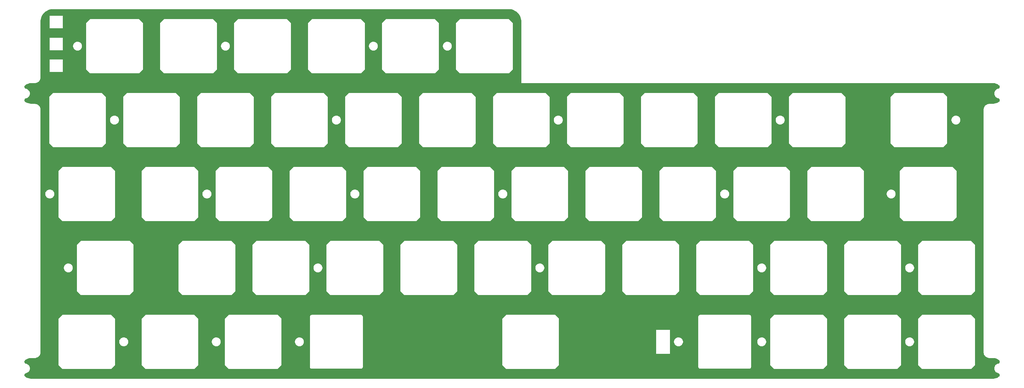
<source format=gbr>
%TF.GenerationSoftware,KiCad,Pcbnew,8.0.3*%
%TF.CreationDate,2024-08-17T23:00:17+02:00*%
%TF.ProjectId,V1 Hull 625u,56312048-756c-46c2-9036-3235752e6b69,rev?*%
%TF.SameCoordinates,Original*%
%TF.FileFunction,Copper,L1,Top*%
%TF.FilePolarity,Positive*%
%FSLAX46Y46*%
G04 Gerber Fmt 4.6, Leading zero omitted, Abs format (unit mm)*
G04 Created by KiCad (PCBNEW 8.0.3) date 2024-08-17 23:00:18*
%MOMM*%
%LPD*%
G01*
G04 APERTURE LIST*
G04 APERTURE END LIST*
%TA.AperFunction,Conductor*%
%TO.N,GND*%
G36*
X149225071Y-49212501D02*
G01*
X149402595Y-49214995D01*
X149403721Y-49215066D01*
X149756615Y-49254836D01*
X149757865Y-49255049D01*
X150104008Y-49334061D01*
X150105244Y-49334418D01*
X150440353Y-49451685D01*
X150441545Y-49452179D01*
X150761427Y-49606231D01*
X150762539Y-49606846D01*
X151063159Y-49795742D01*
X151064206Y-49796485D01*
X151341780Y-50017845D01*
X151342742Y-50018704D01*
X151593795Y-50269757D01*
X151594654Y-50270719D01*
X151816014Y-50548293D01*
X151816760Y-50549345D01*
X152005648Y-50849952D01*
X152006272Y-50851080D01*
X152160320Y-51170954D01*
X152160814Y-51172146D01*
X152278081Y-51507255D01*
X152278438Y-51508494D01*
X152357448Y-51854624D01*
X152357664Y-51855895D01*
X152397433Y-52208778D01*
X152397504Y-52209904D01*
X152399999Y-52387428D01*
X152400000Y-52387589D01*
X152400000Y-68262500D01*
X273787376Y-68262500D01*
X273787561Y-68262500D01*
X273963754Y-68265346D01*
X273965077Y-68265444D01*
X274314415Y-68311906D01*
X274315902Y-68312205D01*
X274655973Y-68404293D01*
X274657392Y-68404780D01*
X274982358Y-68540899D01*
X274983712Y-68541574D01*
X275287983Y-68719400D01*
X275289076Y-68720127D01*
X275429733Y-68825943D01*
X275430173Y-68826292D01*
X275483876Y-68870960D01*
X275485854Y-68873080D01*
X275567687Y-68986710D01*
X275569203Y-68989613D01*
X275615633Y-69121516D01*
X275616269Y-69124727D01*
X275623646Y-69264365D01*
X275623352Y-69267626D01*
X275591077Y-69403688D01*
X275589875Y-69406734D01*
X275520568Y-69528182D01*
X275518557Y-69530766D01*
X275417830Y-69627764D01*
X275415172Y-69629676D01*
X275291028Y-69694443D01*
X275288300Y-69695451D01*
X275220017Y-69711242D01*
X275219911Y-69711266D01*
X275107933Y-69736048D01*
X274894769Y-69820860D01*
X274894762Y-69820864D01*
X274700635Y-69943133D01*
X274532060Y-70098760D01*
X274532060Y-70098761D01*
X274394702Y-70282511D01*
X274394697Y-70282519D01*
X274293157Y-70488235D01*
X274293155Y-70488239D01*
X274230831Y-70709038D01*
X274209822Y-70937500D01*
X274230831Y-71165961D01*
X274293155Y-71386760D01*
X274293157Y-71386764D01*
X274394697Y-71592480D01*
X274394702Y-71592488D01*
X274532060Y-71776238D01*
X274532060Y-71776239D01*
X274532062Y-71776241D01*
X274532063Y-71776242D01*
X274700635Y-71931866D01*
X274894762Y-72054136D01*
X274894767Y-72054138D01*
X274894769Y-72054139D01*
X275107933Y-72138951D01*
X275219963Y-72163745D01*
X275288317Y-72179498D01*
X275291048Y-72180506D01*
X275415204Y-72245279D01*
X275417862Y-72247191D01*
X275518600Y-72344200D01*
X275520611Y-72346784D01*
X275589926Y-72468245D01*
X275591128Y-72471291D01*
X275623406Y-72607369D01*
X275623700Y-72610630D01*
X275616322Y-72750283D01*
X275615686Y-72753494D01*
X275569251Y-72885411D01*
X275567735Y-72888314D01*
X275485896Y-73001952D01*
X275483911Y-73004078D01*
X275430167Y-73048712D01*
X275429734Y-73049055D01*
X275289085Y-73154866D01*
X275287974Y-73155605D01*
X274983715Y-73333423D01*
X274982355Y-73334101D01*
X274657401Y-73470216D01*
X274655964Y-73470709D01*
X274315904Y-73562793D01*
X274314414Y-73563093D01*
X273965081Y-73609554D01*
X273963751Y-73609652D01*
X273787562Y-73612498D01*
X273787376Y-73612500D01*
X272962500Y-73612500D01*
X272844629Y-73614812D01*
X272844624Y-73614812D01*
X272844622Y-73614813D01*
X272611793Y-73651689D01*
X272387590Y-73724536D01*
X272177538Y-73831563D01*
X271986822Y-73970128D01*
X271820128Y-74136822D01*
X271681563Y-74327538D01*
X271574536Y-74537590D01*
X271501689Y-74761793D01*
X271464813Y-74994622D01*
X271464812Y-74994631D01*
X271462500Y-75112511D01*
X271462500Y-137612488D01*
X271464812Y-137730368D01*
X271464813Y-137730377D01*
X271501689Y-137963206D01*
X271574536Y-138187409D01*
X271574537Y-138187412D01*
X271574538Y-138187413D01*
X271681562Y-138397460D01*
X271820128Y-138588178D01*
X271986822Y-138754872D01*
X272177540Y-138893438D01*
X272387587Y-139000462D01*
X272611791Y-139073310D01*
X272844629Y-139110188D01*
X272962500Y-139112500D01*
X273787376Y-139112500D01*
X273787561Y-139112500D01*
X273963754Y-139115346D01*
X273965077Y-139115444D01*
X274314415Y-139161906D01*
X274315902Y-139162205D01*
X274655973Y-139254293D01*
X274657392Y-139254780D01*
X274982358Y-139390899D01*
X274983712Y-139391574D01*
X275287983Y-139569400D01*
X275289076Y-139570127D01*
X275394886Y-139649728D01*
X275429734Y-139675944D01*
X275430167Y-139676287D01*
X275454793Y-139696739D01*
X275483910Y-139720922D01*
X275483912Y-139720923D01*
X275485896Y-139723048D01*
X275567749Y-139836679D01*
X275569265Y-139839582D01*
X275615709Y-139971493D01*
X275616346Y-139974705D01*
X275623727Y-140114365D01*
X275623432Y-140117626D01*
X275591153Y-140253695D01*
X275589952Y-140256742D01*
X275520625Y-140378208D01*
X275518613Y-140380792D01*
X275417869Y-140477784D01*
X275415211Y-140479696D01*
X275291040Y-140544453D01*
X275288311Y-140545461D01*
X275219961Y-140561255D01*
X275219857Y-140561278D01*
X275107933Y-140586048D01*
X274894769Y-140670860D01*
X274894762Y-140670864D01*
X274700635Y-140793133D01*
X274532060Y-140948760D01*
X274532060Y-140948761D01*
X274394702Y-141132511D01*
X274394697Y-141132519D01*
X274293157Y-141338235D01*
X274293155Y-141338239D01*
X274230831Y-141559038D01*
X274209822Y-141787500D01*
X274230831Y-142015961D01*
X274293155Y-142236760D01*
X274293157Y-142236764D01*
X274394697Y-142442480D01*
X274394702Y-142442488D01*
X274532060Y-142626238D01*
X274532060Y-142626239D01*
X274532062Y-142626241D01*
X274532063Y-142626242D01*
X274700635Y-142781866D01*
X274894762Y-142904136D01*
X274894767Y-142904138D01*
X274894769Y-142904139D01*
X275107933Y-142988951D01*
X275219855Y-143013721D01*
X275220001Y-143013754D01*
X275288223Y-143029845D01*
X275290903Y-143030844D01*
X275414967Y-143095610D01*
X275417623Y-143097522D01*
X275518268Y-143194470D01*
X275520278Y-143197053D01*
X275589533Y-143318426D01*
X275590734Y-143321470D01*
X275622993Y-143457439D01*
X275623288Y-143460699D01*
X275615935Y-143600251D01*
X275615299Y-143603462D01*
X275568932Y-143735286D01*
X275567418Y-143738187D01*
X275485671Y-143851780D01*
X275483719Y-143853881D01*
X275430181Y-143898699D01*
X275429713Y-143899071D01*
X275289085Y-144004866D01*
X275287974Y-144005605D01*
X274983715Y-144183423D01*
X274982355Y-144184101D01*
X274657401Y-144320216D01*
X274655964Y-144320709D01*
X274315904Y-144412793D01*
X274314414Y-144413093D01*
X273965081Y-144459554D01*
X273963751Y-144459652D01*
X273787562Y-144462498D01*
X273787376Y-144462500D01*
X26250124Y-144462500D01*
X26249938Y-144462499D01*
X26073748Y-144459653D01*
X26072418Y-144459554D01*
X25723085Y-144413093D01*
X25721595Y-144412793D01*
X25381535Y-144320709D01*
X25380098Y-144320216D01*
X25055144Y-144184101D01*
X25053784Y-144183423D01*
X24947474Y-144121292D01*
X24749520Y-144005601D01*
X24748419Y-144004869D01*
X24607766Y-143899056D01*
X24607326Y-143898707D01*
X24553623Y-143854039D01*
X24551645Y-143851919D01*
X24469812Y-143738289D01*
X24468297Y-143735389D01*
X24421865Y-143603480D01*
X24421230Y-143600276D01*
X24413853Y-143460631D01*
X24414147Y-143457373D01*
X24446423Y-143321307D01*
X24447622Y-143318268D01*
X24516934Y-143196812D01*
X24518938Y-143194237D01*
X24619672Y-143097232D01*
X24622323Y-143095325D01*
X24746475Y-143030554D01*
X24749195Y-143029549D01*
X24817537Y-143013745D01*
X24929567Y-142988951D01*
X25142738Y-142904136D01*
X25336865Y-142781866D01*
X25505437Y-142626242D01*
X25642800Y-142442484D01*
X25744346Y-142236757D01*
X25806669Y-142015960D01*
X25827678Y-141787500D01*
X25806669Y-141559040D01*
X25744346Y-141338243D01*
X25735222Y-141319759D01*
X25642802Y-141132519D01*
X25642797Y-141132511D01*
X25505439Y-140948761D01*
X25505439Y-140948760D01*
X25336864Y-140793133D01*
X25265007Y-140747874D01*
X25142738Y-140670864D01*
X25142734Y-140670862D01*
X25142730Y-140670860D01*
X24929566Y-140586048D01*
X24817588Y-140561266D01*
X24817482Y-140561242D01*
X24749200Y-140545450D01*
X24746472Y-140544442D01*
X24622385Y-140479696D01*
X24622324Y-140479664D01*
X24619667Y-140477751D01*
X24549840Y-140410505D01*
X24518946Y-140380753D01*
X24516936Y-140378171D01*
X24447623Y-140256713D01*
X24446424Y-140253672D01*
X24417317Y-140130978D01*
X24414147Y-140117611D01*
X24413852Y-140114351D01*
X24421222Y-139974701D01*
X24421855Y-139971501D01*
X24468281Y-139839581D01*
X24469789Y-139836691D01*
X24551616Y-139723046D01*
X24553600Y-139720922D01*
X24607357Y-139676266D01*
X24607737Y-139675964D01*
X24748430Y-139570121D01*
X24749508Y-139569405D01*
X25053793Y-139391571D01*
X25055135Y-139390902D01*
X25380111Y-139254778D01*
X25381521Y-139254294D01*
X25721600Y-139162204D01*
X25723081Y-139161906D01*
X26072423Y-139115444D01*
X26073743Y-139115346D01*
X26249938Y-139112500D01*
X26250124Y-139112500D01*
X27074989Y-139112500D01*
X27075000Y-139112500D01*
X27192871Y-139110188D01*
X27425709Y-139073310D01*
X27649913Y-139000462D01*
X27859960Y-138893438D01*
X28050678Y-138754872D01*
X28217372Y-138588178D01*
X28355938Y-138397460D01*
X28462962Y-138187413D01*
X28535810Y-137963209D01*
X28572688Y-137730371D01*
X28575000Y-137612500D01*
X28575000Y-128937500D01*
X33181250Y-128937500D01*
X33181250Y-140937500D01*
X34181250Y-141937500D01*
X46781248Y-141937500D01*
X46781250Y-141937500D01*
X47781250Y-140937500D01*
X47781250Y-134831161D01*
X48858703Y-134831161D01*
X48858703Y-135043838D01*
X48897781Y-135252888D01*
X48897781Y-135252889D01*
X48974602Y-135451186D01*
X48974605Y-135451192D01*
X48974607Y-135451197D01*
X49086564Y-135632014D01*
X49229840Y-135789181D01*
X49229845Y-135789184D01*
X49229848Y-135789188D01*
X49399551Y-135917341D01*
X49399554Y-135917343D01*
X49399555Y-135917343D01*
X49399556Y-135917344D01*
X49589932Y-136012140D01*
X49794485Y-136070341D01*
X50006250Y-136089964D01*
X50218015Y-136070341D01*
X50422568Y-136012140D01*
X50612944Y-135917344D01*
X50782660Y-135789181D01*
X50925936Y-135632014D01*
X51037893Y-135451197D01*
X51114719Y-135252887D01*
X51153797Y-135043836D01*
X51156250Y-134937500D01*
X51153797Y-134831164D01*
X51114719Y-134622113D01*
X51037893Y-134423803D01*
X50925936Y-134242986D01*
X50782660Y-134085819D01*
X50782654Y-134085814D01*
X50782651Y-134085811D01*
X50612948Y-133957658D01*
X50612945Y-133957656D01*
X50422569Y-133862860D01*
X50218012Y-133804658D01*
X50006250Y-133785037D01*
X49794487Y-133804658D01*
X49589930Y-133862860D01*
X49399554Y-133957656D01*
X49399551Y-133957658D01*
X49229848Y-134085811D01*
X49229842Y-134085817D01*
X49229840Y-134085819D01*
X49170499Y-134150913D01*
X49086563Y-134242986D01*
X48974608Y-134423801D01*
X48974602Y-134423813D01*
X48897781Y-134622110D01*
X48897781Y-134622111D01*
X48858703Y-134831161D01*
X47781250Y-134831161D01*
X47781250Y-128937500D01*
X54612500Y-128937500D01*
X54612500Y-140937500D01*
X55612500Y-141937500D01*
X68212498Y-141937500D01*
X68212500Y-141937500D01*
X69212500Y-140937500D01*
X69212500Y-134831161D01*
X72671203Y-134831161D01*
X72671203Y-135043838D01*
X72710281Y-135252888D01*
X72710281Y-135252889D01*
X72787102Y-135451186D01*
X72787105Y-135451192D01*
X72787107Y-135451197D01*
X72899064Y-135632014D01*
X73042340Y-135789181D01*
X73042345Y-135789184D01*
X73042348Y-135789188D01*
X73212051Y-135917341D01*
X73212054Y-135917343D01*
X73212055Y-135917343D01*
X73212056Y-135917344D01*
X73402432Y-136012140D01*
X73606985Y-136070341D01*
X73818750Y-136089964D01*
X74030515Y-136070341D01*
X74235068Y-136012140D01*
X74425444Y-135917344D01*
X74595160Y-135789181D01*
X74738436Y-135632014D01*
X74850393Y-135451197D01*
X74927219Y-135252887D01*
X74966297Y-135043836D01*
X74968750Y-134937500D01*
X74966297Y-134831164D01*
X74927219Y-134622113D01*
X74850393Y-134423803D01*
X74738436Y-134242986D01*
X74595160Y-134085819D01*
X74595154Y-134085814D01*
X74595151Y-134085811D01*
X74425448Y-133957658D01*
X74425445Y-133957656D01*
X74235069Y-133862860D01*
X74030512Y-133804658D01*
X73818750Y-133785037D01*
X73606987Y-133804658D01*
X73402430Y-133862860D01*
X73212054Y-133957656D01*
X73212051Y-133957658D01*
X73042348Y-134085811D01*
X73042342Y-134085817D01*
X73042340Y-134085819D01*
X72982999Y-134150913D01*
X72899063Y-134242986D01*
X72787108Y-134423801D01*
X72787102Y-134423813D01*
X72710281Y-134622110D01*
X72710281Y-134622111D01*
X72671203Y-134831161D01*
X69212500Y-134831161D01*
X69212500Y-128937500D01*
X76043750Y-128937500D01*
X76043750Y-140937500D01*
X77043750Y-141937500D01*
X89643748Y-141937500D01*
X89643750Y-141937500D01*
X90643750Y-140937500D01*
X90643750Y-134831161D01*
X94102453Y-134831161D01*
X94102453Y-135043838D01*
X94141531Y-135252888D01*
X94141531Y-135252889D01*
X94218352Y-135451186D01*
X94218355Y-135451192D01*
X94218357Y-135451197D01*
X94330314Y-135632014D01*
X94473590Y-135789181D01*
X94473595Y-135789184D01*
X94473598Y-135789188D01*
X94643301Y-135917341D01*
X94643304Y-135917343D01*
X94643305Y-135917343D01*
X94643306Y-135917344D01*
X94833682Y-136012140D01*
X95038235Y-136070341D01*
X95250000Y-136089964D01*
X95461765Y-136070341D01*
X95666318Y-136012140D01*
X95856694Y-135917344D01*
X96026410Y-135789181D01*
X96169686Y-135632014D01*
X96281643Y-135451197D01*
X96358469Y-135252887D01*
X96397547Y-135043836D01*
X96400000Y-134937500D01*
X96397547Y-134831164D01*
X96358469Y-134622113D01*
X96281643Y-134423803D01*
X96169686Y-134242986D01*
X96026410Y-134085819D01*
X96026404Y-134085814D01*
X96026401Y-134085811D01*
X95856698Y-133957658D01*
X95856695Y-133957656D01*
X95666319Y-133862860D01*
X95461762Y-133804658D01*
X95250000Y-133785037D01*
X95038237Y-133804658D01*
X94833680Y-133862860D01*
X94643304Y-133957656D01*
X94643301Y-133957658D01*
X94473598Y-134085811D01*
X94473592Y-134085817D01*
X94473590Y-134085819D01*
X94414249Y-134150913D01*
X94330313Y-134242986D01*
X94218358Y-134423801D01*
X94218352Y-134423813D01*
X94141531Y-134622110D01*
X94141531Y-134622111D01*
X94102453Y-134831161D01*
X90643750Y-134831161D01*
X90643750Y-128937500D01*
X90193762Y-128487512D01*
X97974750Y-128487512D01*
X97974750Y-141387496D01*
X97976888Y-141453050D01*
X98005287Y-141559040D01*
X98010816Y-141579675D01*
X98076359Y-141693208D01*
X98169052Y-141785910D01*
X98258567Y-141837599D01*
X98282497Y-141851418D01*
X98282579Y-141851465D01*
X98409203Y-141885405D01*
X98438335Y-141886336D01*
X98474745Y-141887500D01*
X98474750Y-141887500D01*
X111074745Y-141887500D01*
X111074750Y-141887500D01*
X111140290Y-141885355D01*
X111266902Y-141851418D01*
X111380417Y-141785870D01*
X111473101Y-141693177D01*
X111538637Y-141579656D01*
X111572562Y-141453040D01*
X111574750Y-141387500D01*
X111574750Y-128937500D01*
X147481250Y-128937500D01*
X147481250Y-140937500D01*
X148481250Y-141937500D01*
X161081248Y-141937500D01*
X161081250Y-141937500D01*
X162081250Y-140937500D01*
X162081250Y-138012074D01*
X187123653Y-138012074D01*
X190715196Y-138012074D01*
X190715197Y-138012074D01*
X190715197Y-134831161D01*
X191733703Y-134831161D01*
X191733703Y-135043838D01*
X191772781Y-135252888D01*
X191772781Y-135252889D01*
X191849602Y-135451186D01*
X191849605Y-135451192D01*
X191849607Y-135451197D01*
X191961564Y-135632014D01*
X192104840Y-135789181D01*
X192104845Y-135789184D01*
X192104848Y-135789188D01*
X192274551Y-135917341D01*
X192274554Y-135917343D01*
X192274555Y-135917343D01*
X192274556Y-135917344D01*
X192464932Y-136012140D01*
X192669485Y-136070341D01*
X192881250Y-136089964D01*
X193093015Y-136070341D01*
X193297568Y-136012140D01*
X193487944Y-135917344D01*
X193657660Y-135789181D01*
X193800936Y-135632014D01*
X193912893Y-135451197D01*
X193989719Y-135252887D01*
X194028797Y-135043836D01*
X194031250Y-134937500D01*
X194028797Y-134831164D01*
X193989719Y-134622113D01*
X193912893Y-134423803D01*
X193800936Y-134242986D01*
X193657660Y-134085819D01*
X193657654Y-134085814D01*
X193657651Y-134085811D01*
X193487948Y-133957658D01*
X193487945Y-133957656D01*
X193297569Y-133862860D01*
X193093012Y-133804658D01*
X192881250Y-133785037D01*
X192669487Y-133804658D01*
X192464930Y-133862860D01*
X192274554Y-133957656D01*
X192274551Y-133957658D01*
X192104848Y-134085811D01*
X192104842Y-134085817D01*
X192104840Y-134085819D01*
X192045499Y-134150913D01*
X191961563Y-134242986D01*
X191849608Y-134423801D01*
X191849602Y-134423813D01*
X191772781Y-134622110D01*
X191772781Y-134622111D01*
X191733703Y-134831161D01*
X190715197Y-134831161D01*
X190715197Y-131867762D01*
X190715196Y-131867762D01*
X187123654Y-131867762D01*
X187123653Y-131867762D01*
X187123653Y-138012074D01*
X162081250Y-138012074D01*
X162081250Y-128937500D01*
X161631262Y-128487512D01*
X197987750Y-128487512D01*
X197987750Y-141387496D01*
X197989888Y-141453050D01*
X198018287Y-141559040D01*
X198023816Y-141579675D01*
X198089359Y-141693208D01*
X198182052Y-141785910D01*
X198271567Y-141837599D01*
X198295497Y-141851418D01*
X198295579Y-141851465D01*
X198422203Y-141885405D01*
X198451335Y-141886336D01*
X198487745Y-141887500D01*
X198487750Y-141887500D01*
X211087745Y-141887500D01*
X211087750Y-141887500D01*
X211153290Y-141885355D01*
X211279902Y-141851418D01*
X211393417Y-141785870D01*
X211486101Y-141693177D01*
X211551637Y-141579656D01*
X211585562Y-141453040D01*
X211587750Y-141387500D01*
X211587750Y-134831161D01*
X213164953Y-134831161D01*
X213164953Y-135043838D01*
X213204031Y-135252888D01*
X213204031Y-135252889D01*
X213280852Y-135451186D01*
X213280855Y-135451192D01*
X213280857Y-135451197D01*
X213392814Y-135632014D01*
X213536090Y-135789181D01*
X213536095Y-135789184D01*
X213536098Y-135789188D01*
X213705801Y-135917341D01*
X213705804Y-135917343D01*
X213705805Y-135917343D01*
X213705806Y-135917344D01*
X213896182Y-136012140D01*
X214100735Y-136070341D01*
X214312500Y-136089964D01*
X214524265Y-136070341D01*
X214728818Y-136012140D01*
X214919194Y-135917344D01*
X215088910Y-135789181D01*
X215232186Y-135632014D01*
X215344143Y-135451197D01*
X215420969Y-135252887D01*
X215460047Y-135043836D01*
X215462500Y-134937500D01*
X215460047Y-134831164D01*
X215420969Y-134622113D01*
X215344143Y-134423803D01*
X215232186Y-134242986D01*
X215088910Y-134085819D01*
X215088904Y-134085814D01*
X215088901Y-134085811D01*
X214919198Y-133957658D01*
X214919195Y-133957656D01*
X214728819Y-133862860D01*
X214524262Y-133804658D01*
X214312500Y-133785037D01*
X214100737Y-133804658D01*
X213896180Y-133862860D01*
X213705804Y-133957656D01*
X213705801Y-133957658D01*
X213536098Y-134085811D01*
X213536092Y-134085817D01*
X213536090Y-134085819D01*
X213476749Y-134150913D01*
X213392813Y-134242986D01*
X213280858Y-134423801D01*
X213280852Y-134423813D01*
X213204031Y-134622110D01*
X213204031Y-134622111D01*
X213164953Y-134831161D01*
X211587750Y-134831161D01*
X211587750Y-128937500D01*
X216537500Y-128937500D01*
X216537500Y-140937500D01*
X217537500Y-141937500D01*
X230137498Y-141937500D01*
X230137500Y-141937500D01*
X231137500Y-140937500D01*
X231137500Y-128937500D01*
X235587500Y-128937500D01*
X235587500Y-140937500D01*
X236587500Y-141937500D01*
X249187498Y-141937500D01*
X249187500Y-141937500D01*
X250187500Y-140937500D01*
X250187500Y-134831161D01*
X251264953Y-134831161D01*
X251264953Y-135043838D01*
X251304031Y-135252888D01*
X251304031Y-135252889D01*
X251380852Y-135451186D01*
X251380855Y-135451192D01*
X251380857Y-135451197D01*
X251492814Y-135632014D01*
X251636090Y-135789181D01*
X251636095Y-135789184D01*
X251636098Y-135789188D01*
X251805801Y-135917341D01*
X251805804Y-135917343D01*
X251805805Y-135917343D01*
X251805806Y-135917344D01*
X251996182Y-136012140D01*
X252200735Y-136070341D01*
X252412500Y-136089964D01*
X252624265Y-136070341D01*
X252828818Y-136012140D01*
X253019194Y-135917344D01*
X253188910Y-135789181D01*
X253332186Y-135632014D01*
X253444143Y-135451197D01*
X253520969Y-135252887D01*
X253560047Y-135043836D01*
X253562500Y-134937500D01*
X253560047Y-134831164D01*
X253520969Y-134622113D01*
X253444143Y-134423803D01*
X253332186Y-134242986D01*
X253188910Y-134085819D01*
X253188904Y-134085814D01*
X253188901Y-134085811D01*
X253019198Y-133957658D01*
X253019195Y-133957656D01*
X252828819Y-133862860D01*
X252624262Y-133804658D01*
X252412500Y-133785037D01*
X252200737Y-133804658D01*
X251996180Y-133862860D01*
X251805804Y-133957656D01*
X251805801Y-133957658D01*
X251636098Y-134085811D01*
X251636092Y-134085817D01*
X251636090Y-134085819D01*
X251576749Y-134150913D01*
X251492813Y-134242986D01*
X251380858Y-134423801D01*
X251380852Y-134423813D01*
X251304031Y-134622110D01*
X251304031Y-134622111D01*
X251264953Y-134831161D01*
X250187500Y-134831161D01*
X250187500Y-128937500D01*
X254637500Y-128937500D01*
X254637500Y-140937500D01*
X255637500Y-141937500D01*
X268237498Y-141937500D01*
X268237500Y-141937500D01*
X269237500Y-140937500D01*
X269237500Y-128937500D01*
X268237500Y-127937500D01*
X268237499Y-127937500D01*
X255637500Y-127937500D01*
X254637500Y-128937500D01*
X250187500Y-128937500D01*
X249187500Y-127937500D01*
X249187499Y-127937500D01*
X236587500Y-127937500D01*
X235587500Y-128937500D01*
X231137500Y-128937500D01*
X230137500Y-127937500D01*
X230137499Y-127937500D01*
X217537500Y-127937500D01*
X216537500Y-128937500D01*
X211587750Y-128937500D01*
X211587750Y-128487500D01*
X211585612Y-128421953D01*
X211551684Y-128295325D01*
X211486141Y-128181792D01*
X211393448Y-128089090D01*
X211369436Y-128075224D01*
X211279922Y-128023535D01*
X211279918Y-128023534D01*
X211153297Y-127989595D01*
X211153292Y-127989594D01*
X211087755Y-127987500D01*
X211087750Y-127987500D01*
X198487750Y-127987500D01*
X198446787Y-127988840D01*
X198422207Y-127989645D01*
X198295600Y-128023581D01*
X198295596Y-128023582D01*
X198182084Y-128089129D01*
X198182079Y-128089133D01*
X198089401Y-128181820D01*
X198089399Y-128181822D01*
X198056631Y-128238583D01*
X198023863Y-128295344D01*
X198023863Y-128295345D01*
X198023861Y-128295349D01*
X197989938Y-128421960D01*
X197987750Y-128487512D01*
X161631262Y-128487512D01*
X161081250Y-127937500D01*
X161081249Y-127937500D01*
X148481250Y-127937500D01*
X147481250Y-128937500D01*
X111574750Y-128937500D01*
X111574750Y-128487500D01*
X111572612Y-128421953D01*
X111538684Y-128295325D01*
X111473141Y-128181792D01*
X111380448Y-128089090D01*
X111356436Y-128075224D01*
X111266922Y-128023535D01*
X111266918Y-128023534D01*
X111140297Y-127989595D01*
X111140292Y-127989594D01*
X111074755Y-127987500D01*
X111074750Y-127987500D01*
X98474750Y-127987500D01*
X98433787Y-127988840D01*
X98409207Y-127989645D01*
X98282600Y-128023581D01*
X98282596Y-128023582D01*
X98169084Y-128089129D01*
X98169079Y-128089133D01*
X98076401Y-128181820D01*
X98076399Y-128181822D01*
X98043631Y-128238583D01*
X98010863Y-128295344D01*
X98010863Y-128295345D01*
X98010861Y-128295349D01*
X97976938Y-128421960D01*
X97974750Y-128487512D01*
X90193762Y-128487512D01*
X89643750Y-127937500D01*
X89643749Y-127937500D01*
X77043750Y-127937500D01*
X76043750Y-128937500D01*
X69212500Y-128937500D01*
X68212500Y-127937500D01*
X68212499Y-127937500D01*
X55612500Y-127937500D01*
X54612500Y-128937500D01*
X47781250Y-128937500D01*
X46781250Y-127937500D01*
X46781249Y-127937500D01*
X34181250Y-127937500D01*
X33181250Y-128937500D01*
X28575000Y-128937500D01*
X28575000Y-115781161D01*
X34571203Y-115781161D01*
X34571203Y-115993838D01*
X34610281Y-116202888D01*
X34610281Y-116202889D01*
X34687102Y-116401186D01*
X34687105Y-116401192D01*
X34687107Y-116401197D01*
X34799064Y-116582014D01*
X34942340Y-116739181D01*
X34942345Y-116739184D01*
X34942348Y-116739188D01*
X35112051Y-116867341D01*
X35112054Y-116867343D01*
X35112055Y-116867343D01*
X35112056Y-116867344D01*
X35302432Y-116962140D01*
X35506985Y-117020341D01*
X35718750Y-117039964D01*
X35930515Y-117020341D01*
X36135068Y-116962140D01*
X36325444Y-116867344D01*
X36495160Y-116739181D01*
X36638436Y-116582014D01*
X36750393Y-116401197D01*
X36827219Y-116202887D01*
X36866297Y-115993836D01*
X36868750Y-115887500D01*
X36866297Y-115781164D01*
X36827219Y-115572113D01*
X36750393Y-115373803D01*
X36638436Y-115192986D01*
X36495160Y-115035819D01*
X36495154Y-115035814D01*
X36495151Y-115035811D01*
X36325448Y-114907658D01*
X36325445Y-114907656D01*
X36135069Y-114812860D01*
X35930512Y-114754658D01*
X35718750Y-114735037D01*
X35506987Y-114754658D01*
X35302430Y-114812860D01*
X35112054Y-114907656D01*
X35112051Y-114907658D01*
X34942348Y-115035811D01*
X34942342Y-115035817D01*
X34942340Y-115035819D01*
X34882999Y-115100913D01*
X34799063Y-115192986D01*
X34687108Y-115373801D01*
X34687102Y-115373813D01*
X34610281Y-115572110D01*
X34610281Y-115572111D01*
X34571203Y-115781161D01*
X28575000Y-115781161D01*
X28575000Y-109887500D01*
X37943750Y-109887500D01*
X37943750Y-121887500D01*
X38943750Y-122887500D01*
X51543748Y-122887500D01*
X51543750Y-122887500D01*
X52543750Y-121887500D01*
X52543750Y-109887500D01*
X64137500Y-109887500D01*
X64137500Y-121887500D01*
X65137500Y-122887500D01*
X77737498Y-122887500D01*
X77737500Y-122887500D01*
X78737500Y-121887500D01*
X78737500Y-109887500D01*
X83187500Y-109887500D01*
X83187500Y-121887500D01*
X84187500Y-122887500D01*
X96787498Y-122887500D01*
X96787500Y-122887500D01*
X97787500Y-121887500D01*
X97787500Y-115781161D01*
X98864953Y-115781161D01*
X98864953Y-115993838D01*
X98904031Y-116202888D01*
X98904031Y-116202889D01*
X98980852Y-116401186D01*
X98980855Y-116401192D01*
X98980857Y-116401197D01*
X99092814Y-116582014D01*
X99236090Y-116739181D01*
X99236095Y-116739184D01*
X99236098Y-116739188D01*
X99405801Y-116867341D01*
X99405804Y-116867343D01*
X99405805Y-116867343D01*
X99405806Y-116867344D01*
X99596182Y-116962140D01*
X99800735Y-117020341D01*
X100012500Y-117039964D01*
X100224265Y-117020341D01*
X100428818Y-116962140D01*
X100619194Y-116867344D01*
X100788910Y-116739181D01*
X100932186Y-116582014D01*
X101044143Y-116401197D01*
X101120969Y-116202887D01*
X101160047Y-115993836D01*
X101162500Y-115887500D01*
X101160047Y-115781164D01*
X101120969Y-115572113D01*
X101044143Y-115373803D01*
X100932186Y-115192986D01*
X100788910Y-115035819D01*
X100788904Y-115035814D01*
X100788901Y-115035811D01*
X100619198Y-114907658D01*
X100619195Y-114907656D01*
X100428819Y-114812860D01*
X100224262Y-114754658D01*
X100012500Y-114735037D01*
X99800737Y-114754658D01*
X99596180Y-114812860D01*
X99405804Y-114907656D01*
X99405801Y-114907658D01*
X99236098Y-115035811D01*
X99236092Y-115035817D01*
X99236090Y-115035819D01*
X99176749Y-115100913D01*
X99092813Y-115192986D01*
X98980858Y-115373801D01*
X98980852Y-115373813D01*
X98904031Y-115572110D01*
X98904031Y-115572111D01*
X98864953Y-115781161D01*
X97787500Y-115781161D01*
X97787500Y-109887500D01*
X102237500Y-109887500D01*
X102237500Y-121887500D01*
X103237500Y-122887500D01*
X115837498Y-122887500D01*
X115837500Y-122887500D01*
X116837500Y-121887500D01*
X116837500Y-109887500D01*
X121287500Y-109887500D01*
X121287500Y-121887500D01*
X122287500Y-122887500D01*
X134887498Y-122887500D01*
X134887500Y-122887500D01*
X135887500Y-121887500D01*
X135887500Y-109887500D01*
X140337500Y-109887500D01*
X140337500Y-121887500D01*
X141337500Y-122887500D01*
X153937498Y-122887500D01*
X153937500Y-122887500D01*
X154937500Y-121887500D01*
X154937500Y-115781161D01*
X156014953Y-115781161D01*
X156014953Y-115993838D01*
X156054031Y-116202888D01*
X156054031Y-116202889D01*
X156130852Y-116401186D01*
X156130855Y-116401192D01*
X156130857Y-116401197D01*
X156242814Y-116582014D01*
X156386090Y-116739181D01*
X156386095Y-116739184D01*
X156386098Y-116739188D01*
X156555801Y-116867341D01*
X156555804Y-116867343D01*
X156555805Y-116867343D01*
X156555806Y-116867344D01*
X156746182Y-116962140D01*
X156950735Y-117020341D01*
X157162500Y-117039964D01*
X157374265Y-117020341D01*
X157578818Y-116962140D01*
X157769194Y-116867344D01*
X157938910Y-116739181D01*
X158082186Y-116582014D01*
X158194143Y-116401197D01*
X158270969Y-116202887D01*
X158310047Y-115993836D01*
X158312500Y-115887500D01*
X158310047Y-115781164D01*
X158270969Y-115572113D01*
X158194143Y-115373803D01*
X158082186Y-115192986D01*
X157938910Y-115035819D01*
X157938904Y-115035814D01*
X157938901Y-115035811D01*
X157769198Y-114907658D01*
X157769195Y-114907656D01*
X157578819Y-114812860D01*
X157374262Y-114754658D01*
X157162500Y-114735037D01*
X156950737Y-114754658D01*
X156746180Y-114812860D01*
X156555804Y-114907656D01*
X156555801Y-114907658D01*
X156386098Y-115035811D01*
X156386092Y-115035817D01*
X156386090Y-115035819D01*
X156326749Y-115100913D01*
X156242813Y-115192986D01*
X156130858Y-115373801D01*
X156130852Y-115373813D01*
X156054031Y-115572110D01*
X156054031Y-115572111D01*
X156014953Y-115781161D01*
X154937500Y-115781161D01*
X154937500Y-109887500D01*
X159387500Y-109887500D01*
X159387500Y-121887500D01*
X160387500Y-122887500D01*
X172987498Y-122887500D01*
X172987500Y-122887500D01*
X173987500Y-121887500D01*
X173987500Y-109887500D01*
X178437500Y-109887500D01*
X178437500Y-121887500D01*
X179437500Y-122887500D01*
X192037498Y-122887500D01*
X192037500Y-122887500D01*
X193037500Y-121887500D01*
X193037500Y-109887500D01*
X197487500Y-109887500D01*
X197487500Y-121887500D01*
X198487500Y-122887500D01*
X211087498Y-122887500D01*
X211087500Y-122887500D01*
X212087500Y-121887500D01*
X212087500Y-115781161D01*
X213164953Y-115781161D01*
X213164953Y-115993838D01*
X213204031Y-116202888D01*
X213204031Y-116202889D01*
X213280852Y-116401186D01*
X213280855Y-116401192D01*
X213280857Y-116401197D01*
X213392814Y-116582014D01*
X213536090Y-116739181D01*
X213536095Y-116739184D01*
X213536098Y-116739188D01*
X213705801Y-116867341D01*
X213705804Y-116867343D01*
X213705805Y-116867343D01*
X213705806Y-116867344D01*
X213896182Y-116962140D01*
X214100735Y-117020341D01*
X214312500Y-117039964D01*
X214524265Y-117020341D01*
X214728818Y-116962140D01*
X214919194Y-116867344D01*
X215088910Y-116739181D01*
X215232186Y-116582014D01*
X215344143Y-116401197D01*
X215420969Y-116202887D01*
X215460047Y-115993836D01*
X215462500Y-115887500D01*
X215460047Y-115781164D01*
X215420969Y-115572113D01*
X215344143Y-115373803D01*
X215232186Y-115192986D01*
X215088910Y-115035819D01*
X215088904Y-115035814D01*
X215088901Y-115035811D01*
X214919198Y-114907658D01*
X214919195Y-114907656D01*
X214728819Y-114812860D01*
X214524262Y-114754658D01*
X214312500Y-114735037D01*
X214100737Y-114754658D01*
X213896180Y-114812860D01*
X213705804Y-114907656D01*
X213705801Y-114907658D01*
X213536098Y-115035811D01*
X213536092Y-115035817D01*
X213536090Y-115035819D01*
X213476749Y-115100913D01*
X213392813Y-115192986D01*
X213280858Y-115373801D01*
X213280852Y-115373813D01*
X213204031Y-115572110D01*
X213204031Y-115572111D01*
X213164953Y-115781161D01*
X212087500Y-115781161D01*
X212087500Y-109887500D01*
X216537500Y-109887500D01*
X216537500Y-121887500D01*
X217537500Y-122887500D01*
X230137498Y-122887500D01*
X230137500Y-122887500D01*
X231137500Y-121887500D01*
X231137500Y-109887500D01*
X235587500Y-109887500D01*
X235587500Y-121887500D01*
X236587500Y-122887500D01*
X249187498Y-122887500D01*
X249187500Y-122887500D01*
X250187500Y-121887500D01*
X250187500Y-115781161D01*
X251264953Y-115781161D01*
X251264953Y-115993838D01*
X251304031Y-116202888D01*
X251304031Y-116202889D01*
X251380852Y-116401186D01*
X251380855Y-116401192D01*
X251380857Y-116401197D01*
X251492814Y-116582014D01*
X251636090Y-116739181D01*
X251636095Y-116739184D01*
X251636098Y-116739188D01*
X251805801Y-116867341D01*
X251805804Y-116867343D01*
X251805805Y-116867343D01*
X251805806Y-116867344D01*
X251996182Y-116962140D01*
X252200735Y-117020341D01*
X252412500Y-117039964D01*
X252624265Y-117020341D01*
X252828818Y-116962140D01*
X253019194Y-116867344D01*
X253188910Y-116739181D01*
X253332186Y-116582014D01*
X253444143Y-116401197D01*
X253520969Y-116202887D01*
X253560047Y-115993836D01*
X253562500Y-115887500D01*
X253560047Y-115781164D01*
X253520969Y-115572113D01*
X253444143Y-115373803D01*
X253332186Y-115192986D01*
X253188910Y-115035819D01*
X253188904Y-115035814D01*
X253188901Y-115035811D01*
X253019198Y-114907658D01*
X253019195Y-114907656D01*
X252828819Y-114812860D01*
X252624262Y-114754658D01*
X252412500Y-114735037D01*
X252200737Y-114754658D01*
X251996180Y-114812860D01*
X251805804Y-114907656D01*
X251805801Y-114907658D01*
X251636098Y-115035811D01*
X251636092Y-115035817D01*
X251636090Y-115035819D01*
X251576749Y-115100913D01*
X251492813Y-115192986D01*
X251380858Y-115373801D01*
X251380852Y-115373813D01*
X251304031Y-115572110D01*
X251304031Y-115572111D01*
X251264953Y-115781161D01*
X250187500Y-115781161D01*
X250187500Y-109887500D01*
X254637500Y-109887500D01*
X254637500Y-121887500D01*
X255637500Y-122887500D01*
X268237498Y-122887500D01*
X268237500Y-122887500D01*
X269237500Y-121887500D01*
X269237500Y-109887500D01*
X268237500Y-108887500D01*
X268237499Y-108887500D01*
X255637500Y-108887500D01*
X254637500Y-109887500D01*
X250187500Y-109887500D01*
X249187500Y-108887500D01*
X249187499Y-108887500D01*
X236587500Y-108887500D01*
X235587500Y-109887500D01*
X231137500Y-109887500D01*
X230137500Y-108887500D01*
X230137499Y-108887500D01*
X217537500Y-108887500D01*
X216537500Y-109887500D01*
X212087500Y-109887500D01*
X211087500Y-108887500D01*
X211087499Y-108887500D01*
X198487500Y-108887500D01*
X197487500Y-109887500D01*
X193037500Y-109887500D01*
X192037500Y-108887500D01*
X192037499Y-108887500D01*
X179437500Y-108887500D01*
X178437500Y-109887500D01*
X173987500Y-109887500D01*
X172987500Y-108887500D01*
X172987499Y-108887500D01*
X160387500Y-108887500D01*
X159387500Y-109887500D01*
X154937500Y-109887500D01*
X153937500Y-108887500D01*
X153937499Y-108887500D01*
X141337500Y-108887500D01*
X140337500Y-109887500D01*
X135887500Y-109887500D01*
X134887500Y-108887500D01*
X134887499Y-108887500D01*
X122287500Y-108887500D01*
X121287500Y-109887500D01*
X116837500Y-109887500D01*
X115837500Y-108887500D01*
X115837499Y-108887500D01*
X103237500Y-108887500D01*
X102237500Y-109887500D01*
X97787500Y-109887500D01*
X96787500Y-108887500D01*
X96787499Y-108887500D01*
X84187500Y-108887500D01*
X83187500Y-109887500D01*
X78737500Y-109887500D01*
X77737500Y-108887500D01*
X77737499Y-108887500D01*
X65137500Y-108887500D01*
X64137500Y-109887500D01*
X52543750Y-109887500D01*
X51543750Y-108887500D01*
X51543749Y-108887500D01*
X38943750Y-108887500D01*
X37943750Y-109887500D01*
X28575000Y-109887500D01*
X28575000Y-96731161D01*
X29808703Y-96731161D01*
X29808703Y-96943838D01*
X29847781Y-97152888D01*
X29847781Y-97152889D01*
X29924602Y-97351186D01*
X29924605Y-97351192D01*
X29924607Y-97351197D01*
X30036564Y-97532014D01*
X30179840Y-97689181D01*
X30179845Y-97689184D01*
X30179848Y-97689188D01*
X30349551Y-97817341D01*
X30349554Y-97817343D01*
X30349555Y-97817343D01*
X30349556Y-97817344D01*
X30539932Y-97912140D01*
X30744485Y-97970341D01*
X30956250Y-97989964D01*
X31168015Y-97970341D01*
X31372568Y-97912140D01*
X31562944Y-97817344D01*
X31732660Y-97689181D01*
X31875936Y-97532014D01*
X31987893Y-97351197D01*
X32064719Y-97152887D01*
X32103797Y-96943836D01*
X32106250Y-96837500D01*
X32103797Y-96731164D01*
X32064719Y-96522113D01*
X31987893Y-96323803D01*
X31875936Y-96142986D01*
X31732660Y-95985819D01*
X31732654Y-95985814D01*
X31732651Y-95985811D01*
X31562948Y-95857658D01*
X31562945Y-95857656D01*
X31372569Y-95762860D01*
X31168012Y-95704658D01*
X30956250Y-95685037D01*
X30744487Y-95704658D01*
X30539930Y-95762860D01*
X30349554Y-95857656D01*
X30349551Y-95857658D01*
X30179848Y-95985811D01*
X30179842Y-95985817D01*
X30179840Y-95985819D01*
X30120499Y-96050913D01*
X30036563Y-96142986D01*
X29924608Y-96323801D01*
X29924602Y-96323813D01*
X29847781Y-96522110D01*
X29847781Y-96522111D01*
X29808703Y-96731161D01*
X28575000Y-96731161D01*
X28575000Y-90837500D01*
X33181250Y-90837500D01*
X33181250Y-102837500D01*
X34181250Y-103837500D01*
X46781248Y-103837500D01*
X46781250Y-103837500D01*
X47781250Y-102837500D01*
X47781250Y-90837500D01*
X54612500Y-90837500D01*
X54612500Y-102837500D01*
X55612500Y-103837500D01*
X68212498Y-103837500D01*
X68212500Y-103837500D01*
X69212500Y-102837500D01*
X69212500Y-96731161D01*
X70289953Y-96731161D01*
X70289953Y-96943838D01*
X70329031Y-97152888D01*
X70329031Y-97152889D01*
X70405852Y-97351186D01*
X70405855Y-97351192D01*
X70405857Y-97351197D01*
X70517814Y-97532014D01*
X70661090Y-97689181D01*
X70661095Y-97689184D01*
X70661098Y-97689188D01*
X70830801Y-97817341D01*
X70830804Y-97817343D01*
X70830805Y-97817343D01*
X70830806Y-97817344D01*
X71021182Y-97912140D01*
X71225735Y-97970341D01*
X71437500Y-97989964D01*
X71649265Y-97970341D01*
X71853818Y-97912140D01*
X72044194Y-97817344D01*
X72213910Y-97689181D01*
X72357186Y-97532014D01*
X72469143Y-97351197D01*
X72545969Y-97152887D01*
X72585047Y-96943836D01*
X72587500Y-96837500D01*
X72585047Y-96731164D01*
X72545969Y-96522113D01*
X72469143Y-96323803D01*
X72357186Y-96142986D01*
X72213910Y-95985819D01*
X72213904Y-95985814D01*
X72213901Y-95985811D01*
X72044198Y-95857658D01*
X72044195Y-95857656D01*
X71853819Y-95762860D01*
X71649262Y-95704658D01*
X71437500Y-95685037D01*
X71225737Y-95704658D01*
X71021180Y-95762860D01*
X70830804Y-95857656D01*
X70830801Y-95857658D01*
X70661098Y-95985811D01*
X70661092Y-95985817D01*
X70661090Y-95985819D01*
X70601749Y-96050913D01*
X70517813Y-96142986D01*
X70405858Y-96323801D01*
X70405852Y-96323813D01*
X70329031Y-96522110D01*
X70329031Y-96522111D01*
X70289953Y-96731161D01*
X69212500Y-96731161D01*
X69212500Y-90837500D01*
X73662500Y-90837500D01*
X73662500Y-102837500D01*
X74662500Y-103837500D01*
X87262498Y-103837500D01*
X87262500Y-103837500D01*
X88262500Y-102837500D01*
X88262500Y-90837500D01*
X92712500Y-90837500D01*
X92712500Y-102837500D01*
X93712500Y-103837500D01*
X106312498Y-103837500D01*
X106312500Y-103837500D01*
X107312500Y-102837500D01*
X107312500Y-96731161D01*
X108389953Y-96731161D01*
X108389953Y-96943838D01*
X108429031Y-97152888D01*
X108429031Y-97152889D01*
X108505852Y-97351186D01*
X108505855Y-97351192D01*
X108505857Y-97351197D01*
X108617814Y-97532014D01*
X108761090Y-97689181D01*
X108761095Y-97689184D01*
X108761098Y-97689188D01*
X108930801Y-97817341D01*
X108930804Y-97817343D01*
X108930805Y-97817343D01*
X108930806Y-97817344D01*
X109121182Y-97912140D01*
X109325735Y-97970341D01*
X109537500Y-97989964D01*
X109749265Y-97970341D01*
X109953818Y-97912140D01*
X110144194Y-97817344D01*
X110313910Y-97689181D01*
X110457186Y-97532014D01*
X110569143Y-97351197D01*
X110645969Y-97152887D01*
X110685047Y-96943836D01*
X110687500Y-96837500D01*
X110685047Y-96731164D01*
X110645969Y-96522113D01*
X110569143Y-96323803D01*
X110457186Y-96142986D01*
X110313910Y-95985819D01*
X110313904Y-95985814D01*
X110313901Y-95985811D01*
X110144198Y-95857658D01*
X110144195Y-95857656D01*
X109953819Y-95762860D01*
X109749262Y-95704658D01*
X109537500Y-95685037D01*
X109325737Y-95704658D01*
X109121180Y-95762860D01*
X108930804Y-95857656D01*
X108930801Y-95857658D01*
X108761098Y-95985811D01*
X108761092Y-95985817D01*
X108761090Y-95985819D01*
X108701749Y-96050913D01*
X108617813Y-96142986D01*
X108505858Y-96323801D01*
X108505852Y-96323813D01*
X108429031Y-96522110D01*
X108429031Y-96522111D01*
X108389953Y-96731161D01*
X107312500Y-96731161D01*
X107312500Y-90837500D01*
X111762500Y-90837500D01*
X111762500Y-102837500D01*
X112762500Y-103837500D01*
X125362498Y-103837500D01*
X125362500Y-103837500D01*
X126362500Y-102837500D01*
X126362500Y-90837500D01*
X130812500Y-90837500D01*
X130812500Y-102837500D01*
X131812500Y-103837500D01*
X144412498Y-103837500D01*
X144412500Y-103837500D01*
X145412500Y-102837500D01*
X145412500Y-96731161D01*
X146489953Y-96731161D01*
X146489953Y-96943838D01*
X146529031Y-97152888D01*
X146529031Y-97152889D01*
X146605852Y-97351186D01*
X146605855Y-97351192D01*
X146605857Y-97351197D01*
X146717814Y-97532014D01*
X146861090Y-97689181D01*
X146861095Y-97689184D01*
X146861098Y-97689188D01*
X147030801Y-97817341D01*
X147030804Y-97817343D01*
X147030805Y-97817343D01*
X147030806Y-97817344D01*
X147221182Y-97912140D01*
X147425735Y-97970341D01*
X147637500Y-97989964D01*
X147849265Y-97970341D01*
X148053818Y-97912140D01*
X148244194Y-97817344D01*
X148413910Y-97689181D01*
X148557186Y-97532014D01*
X148669143Y-97351197D01*
X148745969Y-97152887D01*
X148785047Y-96943836D01*
X148787500Y-96837500D01*
X148785047Y-96731164D01*
X148745969Y-96522113D01*
X148669143Y-96323803D01*
X148557186Y-96142986D01*
X148413910Y-95985819D01*
X148413904Y-95985814D01*
X148413901Y-95985811D01*
X148244198Y-95857658D01*
X148244195Y-95857656D01*
X148053819Y-95762860D01*
X147849262Y-95704658D01*
X147637500Y-95685037D01*
X147425737Y-95704658D01*
X147221180Y-95762860D01*
X147030804Y-95857656D01*
X147030801Y-95857658D01*
X146861098Y-95985811D01*
X146861092Y-95985817D01*
X146861090Y-95985819D01*
X146801749Y-96050913D01*
X146717813Y-96142986D01*
X146605858Y-96323801D01*
X146605852Y-96323813D01*
X146529031Y-96522110D01*
X146529031Y-96522111D01*
X146489953Y-96731161D01*
X145412500Y-96731161D01*
X145412500Y-90837500D01*
X149862500Y-90837500D01*
X149862500Y-102837500D01*
X150862500Y-103837500D01*
X163462498Y-103837500D01*
X163462500Y-103837500D01*
X164462500Y-102837500D01*
X164462500Y-90837500D01*
X168912500Y-90837500D01*
X168912500Y-102837500D01*
X169912500Y-103837500D01*
X182512498Y-103837500D01*
X182512500Y-103837500D01*
X183512500Y-102837500D01*
X183512500Y-90837500D01*
X187962500Y-90837500D01*
X187962500Y-102837500D01*
X188962500Y-103837500D01*
X201562498Y-103837500D01*
X201562500Y-103837500D01*
X202562500Y-102837500D01*
X202562500Y-96731161D01*
X203639953Y-96731161D01*
X203639953Y-96943838D01*
X203679031Y-97152888D01*
X203679031Y-97152889D01*
X203755852Y-97351186D01*
X203755855Y-97351192D01*
X203755857Y-97351197D01*
X203867814Y-97532014D01*
X204011090Y-97689181D01*
X204011095Y-97689184D01*
X204011098Y-97689188D01*
X204180801Y-97817341D01*
X204180804Y-97817343D01*
X204180805Y-97817343D01*
X204180806Y-97817344D01*
X204371182Y-97912140D01*
X204575735Y-97970341D01*
X204787500Y-97989964D01*
X204999265Y-97970341D01*
X205203818Y-97912140D01*
X205394194Y-97817344D01*
X205563910Y-97689181D01*
X205707186Y-97532014D01*
X205819143Y-97351197D01*
X205895969Y-97152887D01*
X205935047Y-96943836D01*
X205937500Y-96837500D01*
X205935047Y-96731164D01*
X205895969Y-96522113D01*
X205819143Y-96323803D01*
X205707186Y-96142986D01*
X205563910Y-95985819D01*
X205563904Y-95985814D01*
X205563901Y-95985811D01*
X205394198Y-95857658D01*
X205394195Y-95857656D01*
X205203819Y-95762860D01*
X204999262Y-95704658D01*
X204787500Y-95685037D01*
X204575737Y-95704658D01*
X204371180Y-95762860D01*
X204180804Y-95857656D01*
X204180801Y-95857658D01*
X204011098Y-95985811D01*
X204011092Y-95985817D01*
X204011090Y-95985819D01*
X203951749Y-96050913D01*
X203867813Y-96142986D01*
X203755858Y-96323801D01*
X203755852Y-96323813D01*
X203679031Y-96522110D01*
X203679031Y-96522111D01*
X203639953Y-96731161D01*
X202562500Y-96731161D01*
X202562500Y-90837500D01*
X207012500Y-90837500D01*
X207012500Y-102837500D01*
X208012500Y-103837500D01*
X220612498Y-103837500D01*
X220612500Y-103837500D01*
X221612500Y-102837500D01*
X221612500Y-90837500D01*
X226062500Y-90837500D01*
X226062500Y-102837500D01*
X227062500Y-103837500D01*
X239662498Y-103837500D01*
X239662500Y-103837500D01*
X240662500Y-102837500D01*
X240662500Y-96731161D01*
X246502453Y-96731161D01*
X246502453Y-96943838D01*
X246541531Y-97152888D01*
X246541531Y-97152889D01*
X246618352Y-97351186D01*
X246618355Y-97351192D01*
X246618357Y-97351197D01*
X246730314Y-97532014D01*
X246873590Y-97689181D01*
X246873595Y-97689184D01*
X246873598Y-97689188D01*
X247043301Y-97817341D01*
X247043304Y-97817343D01*
X247043305Y-97817343D01*
X247043306Y-97817344D01*
X247233682Y-97912140D01*
X247438235Y-97970341D01*
X247650000Y-97989964D01*
X247861765Y-97970341D01*
X248066318Y-97912140D01*
X248256694Y-97817344D01*
X248426410Y-97689181D01*
X248569686Y-97532014D01*
X248681643Y-97351197D01*
X248758469Y-97152887D01*
X248797547Y-96943836D01*
X248800000Y-96837500D01*
X248797547Y-96731164D01*
X248758469Y-96522113D01*
X248681643Y-96323803D01*
X248569686Y-96142986D01*
X248426410Y-95985819D01*
X248426404Y-95985814D01*
X248426401Y-95985811D01*
X248256698Y-95857658D01*
X248256695Y-95857656D01*
X248066319Y-95762860D01*
X247861762Y-95704658D01*
X247650000Y-95685037D01*
X247438237Y-95704658D01*
X247233680Y-95762860D01*
X247043304Y-95857656D01*
X247043301Y-95857658D01*
X246873598Y-95985811D01*
X246873592Y-95985817D01*
X246873590Y-95985819D01*
X246814249Y-96050913D01*
X246730313Y-96142986D01*
X246618358Y-96323801D01*
X246618352Y-96323813D01*
X246541531Y-96522110D01*
X246541531Y-96522111D01*
X246502453Y-96731161D01*
X240662500Y-96731161D01*
X240662500Y-90837500D01*
X249875000Y-90837500D01*
X249875000Y-102837500D01*
X250875000Y-103837500D01*
X263474998Y-103837500D01*
X263475000Y-103837500D01*
X264475000Y-102837500D01*
X264475000Y-90837500D01*
X263475000Y-89837500D01*
X263474999Y-89837500D01*
X250875000Y-89837500D01*
X249875000Y-90837500D01*
X240662500Y-90837500D01*
X239662500Y-89837500D01*
X239662499Y-89837500D01*
X227062500Y-89837500D01*
X226062500Y-90837500D01*
X221612500Y-90837500D01*
X220612500Y-89837500D01*
X220612499Y-89837500D01*
X208012500Y-89837500D01*
X207012500Y-90837500D01*
X202562500Y-90837500D01*
X201562500Y-89837500D01*
X201562499Y-89837500D01*
X188962500Y-89837500D01*
X187962500Y-90837500D01*
X183512500Y-90837500D01*
X182512500Y-89837500D01*
X182512499Y-89837500D01*
X169912500Y-89837500D01*
X168912500Y-90837500D01*
X164462500Y-90837500D01*
X163462500Y-89837500D01*
X163462499Y-89837500D01*
X150862500Y-89837500D01*
X149862500Y-90837500D01*
X145412500Y-90837500D01*
X144412500Y-89837500D01*
X144412499Y-89837500D01*
X131812500Y-89837500D01*
X130812500Y-90837500D01*
X126362500Y-90837500D01*
X125362500Y-89837500D01*
X125362499Y-89837500D01*
X112762500Y-89837500D01*
X111762500Y-90837500D01*
X107312500Y-90837500D01*
X106312500Y-89837500D01*
X106312499Y-89837500D01*
X93712500Y-89837500D01*
X92712500Y-90837500D01*
X88262500Y-90837500D01*
X87262500Y-89837500D01*
X87262499Y-89837500D01*
X74662500Y-89837500D01*
X73662500Y-90837500D01*
X69212500Y-90837500D01*
X68212500Y-89837500D01*
X68212499Y-89837500D01*
X55612500Y-89837500D01*
X54612500Y-90837500D01*
X47781250Y-90837500D01*
X46781250Y-89837500D01*
X46781249Y-89837500D01*
X34181250Y-89837500D01*
X33181250Y-90837500D01*
X28575000Y-90837500D01*
X28575000Y-75112500D01*
X28572688Y-74994629D01*
X28535810Y-74761791D01*
X28462962Y-74537587D01*
X28355938Y-74327540D01*
X28217372Y-74136822D01*
X28050678Y-73970128D01*
X27859960Y-73831562D01*
X27649913Y-73724538D01*
X27649912Y-73724537D01*
X27649909Y-73724536D01*
X27425706Y-73651689D01*
X27192877Y-73614813D01*
X27192878Y-73614813D01*
X27192871Y-73614812D01*
X27075000Y-73612500D01*
X27074989Y-73612500D01*
X26250124Y-73612500D01*
X26249938Y-73612499D01*
X26073748Y-73609653D01*
X26072418Y-73609554D01*
X25723085Y-73563093D01*
X25721595Y-73562793D01*
X25381535Y-73470709D01*
X25380098Y-73470216D01*
X25055144Y-73334101D01*
X25053784Y-73333423D01*
X24947474Y-73271292D01*
X24749520Y-73155601D01*
X24748419Y-73154869D01*
X24607766Y-73049056D01*
X24607326Y-73048707D01*
X24553623Y-73004039D01*
X24551645Y-73001919D01*
X24469812Y-72888289D01*
X24468297Y-72885389D01*
X24421865Y-72753480D01*
X24421230Y-72750276D01*
X24413853Y-72610630D01*
X24414147Y-72607373D01*
X24414148Y-72607369D01*
X24446423Y-72471307D01*
X24447622Y-72468268D01*
X24516934Y-72346812D01*
X24518938Y-72344237D01*
X24619672Y-72247232D01*
X24622323Y-72245325D01*
X24746475Y-72180554D01*
X24749195Y-72179549D01*
X24817537Y-72163745D01*
X24929567Y-72138951D01*
X25142738Y-72054136D01*
X25336865Y-71931866D01*
X25493242Y-71787500D01*
X30800000Y-71787500D01*
X30800000Y-83787500D01*
X31800000Y-84787500D01*
X44399998Y-84787500D01*
X44400000Y-84787500D01*
X45400000Y-83787500D01*
X45400000Y-77681161D01*
X46477453Y-77681161D01*
X46477453Y-77893838D01*
X46516531Y-78102888D01*
X46516531Y-78102889D01*
X46593352Y-78301186D01*
X46593355Y-78301192D01*
X46593357Y-78301197D01*
X46705314Y-78482014D01*
X46848590Y-78639181D01*
X46848595Y-78639184D01*
X46848598Y-78639188D01*
X47018301Y-78767341D01*
X47018304Y-78767343D01*
X47018305Y-78767343D01*
X47018306Y-78767344D01*
X47208682Y-78862140D01*
X47413235Y-78920341D01*
X47625000Y-78939964D01*
X47836765Y-78920341D01*
X48041318Y-78862140D01*
X48231694Y-78767344D01*
X48401410Y-78639181D01*
X48544686Y-78482014D01*
X48656643Y-78301197D01*
X48733469Y-78102887D01*
X48772547Y-77893836D01*
X48775000Y-77787500D01*
X48772547Y-77681164D01*
X48733469Y-77472113D01*
X48656643Y-77273803D01*
X48544686Y-77092986D01*
X48401410Y-76935819D01*
X48401404Y-76935814D01*
X48401401Y-76935811D01*
X48231698Y-76807658D01*
X48231695Y-76807656D01*
X48041319Y-76712860D01*
X47836762Y-76654658D01*
X47625000Y-76635037D01*
X47413237Y-76654658D01*
X47208680Y-76712860D01*
X47018304Y-76807656D01*
X47018301Y-76807658D01*
X46848598Y-76935811D01*
X46848592Y-76935817D01*
X46848590Y-76935819D01*
X46789249Y-77000913D01*
X46705313Y-77092986D01*
X46593358Y-77273801D01*
X46593352Y-77273813D01*
X46516531Y-77472110D01*
X46516531Y-77472111D01*
X46477453Y-77681161D01*
X45400000Y-77681161D01*
X45400000Y-71787500D01*
X49850000Y-71787500D01*
X49850000Y-83787500D01*
X50850000Y-84787500D01*
X63449998Y-84787500D01*
X63450000Y-84787500D01*
X64450000Y-83787500D01*
X64450000Y-71787500D01*
X68900000Y-71787500D01*
X68900000Y-83787500D01*
X69900000Y-84787500D01*
X82499998Y-84787500D01*
X82500000Y-84787500D01*
X83500000Y-83787500D01*
X83500000Y-71787500D01*
X87950000Y-71787500D01*
X87950000Y-83787500D01*
X88950000Y-84787500D01*
X101549998Y-84787500D01*
X101550000Y-84787500D01*
X102550000Y-83787500D01*
X102550000Y-77681161D01*
X103627453Y-77681161D01*
X103627453Y-77893838D01*
X103666531Y-78102888D01*
X103666531Y-78102889D01*
X103743352Y-78301186D01*
X103743355Y-78301192D01*
X103743357Y-78301197D01*
X103855314Y-78482014D01*
X103998590Y-78639181D01*
X103998595Y-78639184D01*
X103998598Y-78639188D01*
X104168301Y-78767341D01*
X104168304Y-78767343D01*
X104168305Y-78767343D01*
X104168306Y-78767344D01*
X104358682Y-78862140D01*
X104563235Y-78920341D01*
X104775000Y-78939964D01*
X104986765Y-78920341D01*
X105191318Y-78862140D01*
X105381694Y-78767344D01*
X105551410Y-78639181D01*
X105694686Y-78482014D01*
X105806643Y-78301197D01*
X105883469Y-78102887D01*
X105922547Y-77893836D01*
X105925000Y-77787500D01*
X105922547Y-77681164D01*
X105883469Y-77472113D01*
X105806643Y-77273803D01*
X105694686Y-77092986D01*
X105551410Y-76935819D01*
X105551404Y-76935814D01*
X105551401Y-76935811D01*
X105381698Y-76807658D01*
X105381695Y-76807656D01*
X105191319Y-76712860D01*
X104986762Y-76654658D01*
X104775000Y-76635037D01*
X104563237Y-76654658D01*
X104358680Y-76712860D01*
X104168304Y-76807656D01*
X104168301Y-76807658D01*
X103998598Y-76935811D01*
X103998592Y-76935817D01*
X103998590Y-76935819D01*
X103939249Y-77000913D01*
X103855313Y-77092986D01*
X103743358Y-77273801D01*
X103743352Y-77273813D01*
X103666531Y-77472110D01*
X103666531Y-77472111D01*
X103627453Y-77681161D01*
X102550000Y-77681161D01*
X102550000Y-71787500D01*
X107000000Y-71787500D01*
X107000000Y-83787500D01*
X108000000Y-84787500D01*
X120599998Y-84787500D01*
X120600000Y-84787500D01*
X121600000Y-83787500D01*
X121600000Y-71787500D01*
X126050000Y-71787500D01*
X126050000Y-83787500D01*
X127050000Y-84787500D01*
X139649998Y-84787500D01*
X139650000Y-84787500D01*
X140650000Y-83787500D01*
X140650000Y-71787500D01*
X145100000Y-71787500D01*
X145100000Y-83787500D01*
X146100000Y-84787500D01*
X158699998Y-84787500D01*
X158700000Y-84787500D01*
X159700000Y-83787500D01*
X159700000Y-77681161D01*
X160777453Y-77681161D01*
X160777453Y-77893838D01*
X160816531Y-78102888D01*
X160816531Y-78102889D01*
X160893352Y-78301186D01*
X160893355Y-78301192D01*
X160893357Y-78301197D01*
X161005314Y-78482014D01*
X161148590Y-78639181D01*
X161148595Y-78639184D01*
X161148598Y-78639188D01*
X161318301Y-78767341D01*
X161318304Y-78767343D01*
X161318305Y-78767343D01*
X161318306Y-78767344D01*
X161508682Y-78862140D01*
X161713235Y-78920341D01*
X161925000Y-78939964D01*
X162136765Y-78920341D01*
X162341318Y-78862140D01*
X162531694Y-78767344D01*
X162701410Y-78639181D01*
X162844686Y-78482014D01*
X162956643Y-78301197D01*
X163033469Y-78102887D01*
X163072547Y-77893836D01*
X163075000Y-77787500D01*
X163072547Y-77681164D01*
X163033469Y-77472113D01*
X162956643Y-77273803D01*
X162844686Y-77092986D01*
X162701410Y-76935819D01*
X162701404Y-76935814D01*
X162701401Y-76935811D01*
X162531698Y-76807658D01*
X162531695Y-76807656D01*
X162341319Y-76712860D01*
X162136762Y-76654658D01*
X161925000Y-76635037D01*
X161713237Y-76654658D01*
X161508680Y-76712860D01*
X161318304Y-76807656D01*
X161318301Y-76807658D01*
X161148598Y-76935811D01*
X161148592Y-76935817D01*
X161148590Y-76935819D01*
X161089249Y-77000913D01*
X161005313Y-77092986D01*
X160893358Y-77273801D01*
X160893352Y-77273813D01*
X160816531Y-77472110D01*
X160816531Y-77472111D01*
X160777453Y-77681161D01*
X159700000Y-77681161D01*
X159700000Y-71787500D01*
X164150000Y-71787500D01*
X164150000Y-83787500D01*
X165150000Y-84787500D01*
X177749998Y-84787500D01*
X177750000Y-84787500D01*
X178750000Y-83787500D01*
X178750000Y-71787500D01*
X183200000Y-71787500D01*
X183200000Y-83787500D01*
X184200000Y-84787500D01*
X196799998Y-84787500D01*
X196800000Y-84787500D01*
X197800000Y-83787500D01*
X197800000Y-71787500D01*
X202250000Y-71787500D01*
X202250000Y-83787500D01*
X203250000Y-84787500D01*
X215849998Y-84787500D01*
X215850000Y-84787500D01*
X216850000Y-83787500D01*
X216850000Y-77681161D01*
X217927453Y-77681161D01*
X217927453Y-77893838D01*
X217966531Y-78102888D01*
X217966531Y-78102889D01*
X218043352Y-78301186D01*
X218043355Y-78301192D01*
X218043357Y-78301197D01*
X218155314Y-78482014D01*
X218298590Y-78639181D01*
X218298595Y-78639184D01*
X218298598Y-78639188D01*
X218468301Y-78767341D01*
X218468304Y-78767343D01*
X218468305Y-78767343D01*
X218468306Y-78767344D01*
X218658682Y-78862140D01*
X218863235Y-78920341D01*
X219075000Y-78939964D01*
X219286765Y-78920341D01*
X219491318Y-78862140D01*
X219681694Y-78767344D01*
X219851410Y-78639181D01*
X219994686Y-78482014D01*
X220106643Y-78301197D01*
X220183469Y-78102887D01*
X220222547Y-77893836D01*
X220225000Y-77787500D01*
X220222547Y-77681164D01*
X220183469Y-77472113D01*
X220106643Y-77273803D01*
X219994686Y-77092986D01*
X219851410Y-76935819D01*
X219851404Y-76935814D01*
X219851401Y-76935811D01*
X219681698Y-76807658D01*
X219681695Y-76807656D01*
X219491319Y-76712860D01*
X219286762Y-76654658D01*
X219075000Y-76635037D01*
X218863237Y-76654658D01*
X218658680Y-76712860D01*
X218468304Y-76807656D01*
X218468301Y-76807658D01*
X218298598Y-76935811D01*
X218298592Y-76935817D01*
X218298590Y-76935819D01*
X218239249Y-77000913D01*
X218155313Y-77092986D01*
X218043358Y-77273801D01*
X218043352Y-77273813D01*
X217966531Y-77472110D01*
X217966531Y-77472111D01*
X217927453Y-77681161D01*
X216850000Y-77681161D01*
X216850000Y-71787500D01*
X221300000Y-71787500D01*
X221300000Y-83787500D01*
X222300000Y-84787500D01*
X234899998Y-84787500D01*
X234900000Y-84787500D01*
X235900000Y-83787500D01*
X235900000Y-71787500D01*
X247493750Y-71787500D01*
X247493750Y-83787500D01*
X248493750Y-84787500D01*
X261093748Y-84787500D01*
X261093750Y-84787500D01*
X262093750Y-83787500D01*
X262093750Y-77681161D01*
X263171203Y-77681161D01*
X263171203Y-77893838D01*
X263210281Y-78102888D01*
X263210281Y-78102889D01*
X263287102Y-78301186D01*
X263287105Y-78301192D01*
X263287107Y-78301197D01*
X263399064Y-78482014D01*
X263542340Y-78639181D01*
X263542345Y-78639184D01*
X263542348Y-78639188D01*
X263712051Y-78767341D01*
X263712054Y-78767343D01*
X263712055Y-78767343D01*
X263712056Y-78767344D01*
X263902432Y-78862140D01*
X264106985Y-78920341D01*
X264318750Y-78939964D01*
X264530515Y-78920341D01*
X264735068Y-78862140D01*
X264925444Y-78767344D01*
X265095160Y-78639181D01*
X265238436Y-78482014D01*
X265350393Y-78301197D01*
X265427219Y-78102887D01*
X265466297Y-77893836D01*
X265468750Y-77787500D01*
X265466297Y-77681164D01*
X265427219Y-77472113D01*
X265350393Y-77273803D01*
X265238436Y-77092986D01*
X265095160Y-76935819D01*
X265095154Y-76935814D01*
X265095151Y-76935811D01*
X264925448Y-76807658D01*
X264925445Y-76807656D01*
X264735069Y-76712860D01*
X264530512Y-76654658D01*
X264318750Y-76635037D01*
X264106987Y-76654658D01*
X263902430Y-76712860D01*
X263712054Y-76807656D01*
X263712051Y-76807658D01*
X263542348Y-76935811D01*
X263542342Y-76935817D01*
X263542340Y-76935819D01*
X263482999Y-77000913D01*
X263399063Y-77092986D01*
X263287108Y-77273801D01*
X263287102Y-77273813D01*
X263210281Y-77472110D01*
X263210281Y-77472111D01*
X263171203Y-77681161D01*
X262093750Y-77681161D01*
X262093750Y-71787500D01*
X261093750Y-70787500D01*
X261093749Y-70787500D01*
X248493750Y-70787500D01*
X247493750Y-71787500D01*
X235900000Y-71787500D01*
X234900000Y-70787500D01*
X234899999Y-70787500D01*
X222300000Y-70787500D01*
X221300000Y-71787500D01*
X216850000Y-71787500D01*
X215850000Y-70787500D01*
X215849999Y-70787500D01*
X203250000Y-70787500D01*
X202250000Y-71787500D01*
X197800000Y-71787500D01*
X196800000Y-70787500D01*
X196799999Y-70787500D01*
X184200000Y-70787500D01*
X183200000Y-71787500D01*
X178750000Y-71787500D01*
X177750000Y-70787500D01*
X177749999Y-70787500D01*
X165150000Y-70787500D01*
X164150000Y-71787500D01*
X159700000Y-71787500D01*
X158700000Y-70787500D01*
X158699999Y-70787500D01*
X146100000Y-70787500D01*
X145100000Y-71787500D01*
X140650000Y-71787500D01*
X139650000Y-70787500D01*
X139649999Y-70787500D01*
X127050000Y-70787500D01*
X126050000Y-71787500D01*
X121600000Y-71787500D01*
X120600000Y-70787500D01*
X120599999Y-70787500D01*
X108000000Y-70787500D01*
X107000000Y-71787500D01*
X102550000Y-71787500D01*
X101550000Y-70787500D01*
X101549999Y-70787500D01*
X88950000Y-70787500D01*
X87950000Y-71787500D01*
X83500000Y-71787500D01*
X82500000Y-70787500D01*
X82499999Y-70787500D01*
X69900000Y-70787500D01*
X68900000Y-71787500D01*
X64450000Y-71787500D01*
X63450000Y-70787500D01*
X63449999Y-70787500D01*
X50850000Y-70787500D01*
X49850000Y-71787500D01*
X45400000Y-71787500D01*
X44400000Y-70787500D01*
X44399999Y-70787500D01*
X31800000Y-70787500D01*
X30800000Y-71787500D01*
X25493242Y-71787500D01*
X25505437Y-71776242D01*
X25642800Y-71592484D01*
X25744346Y-71386757D01*
X25806669Y-71165960D01*
X25827678Y-70937500D01*
X25806669Y-70709040D01*
X25744346Y-70488243D01*
X25735222Y-70469759D01*
X25642802Y-70282519D01*
X25642797Y-70282511D01*
X25505439Y-70098761D01*
X25505439Y-70098760D01*
X25336864Y-69943133D01*
X25265007Y-69897874D01*
X25142738Y-69820864D01*
X25142734Y-69820862D01*
X25142730Y-69820860D01*
X24929566Y-69736048D01*
X24817588Y-69711266D01*
X24817482Y-69711242D01*
X24749200Y-69695450D01*
X24746472Y-69694442D01*
X24693573Y-69666840D01*
X24622324Y-69629664D01*
X24619667Y-69627751D01*
X24549840Y-69560505D01*
X24518946Y-69530753D01*
X24516936Y-69528171D01*
X24447624Y-69406715D01*
X24446424Y-69403672D01*
X24417317Y-69280978D01*
X24414147Y-69267611D01*
X24413852Y-69264351D01*
X24421222Y-69124701D01*
X24421855Y-69121501D01*
X24468281Y-68989581D01*
X24469789Y-68986691D01*
X24551616Y-68873046D01*
X24553600Y-68870922D01*
X24607357Y-68826266D01*
X24607737Y-68825964D01*
X24748430Y-68720121D01*
X24749508Y-68719405D01*
X25053793Y-68541571D01*
X25055135Y-68540902D01*
X25380111Y-68404778D01*
X25381521Y-68404294D01*
X25721600Y-68312204D01*
X25723081Y-68311906D01*
X26072423Y-68265444D01*
X26073743Y-68265346D01*
X26249938Y-68262500D01*
X26250124Y-68262500D01*
X27074989Y-68262500D01*
X27075000Y-68262500D01*
X27192871Y-68260188D01*
X27425709Y-68223310D01*
X27649913Y-68150462D01*
X27859960Y-68043438D01*
X28050678Y-67904872D01*
X28217372Y-67738178D01*
X28355938Y-67547460D01*
X28462962Y-67337413D01*
X28535810Y-67113209D01*
X28572688Y-66880371D01*
X28575000Y-66762500D01*
X28575000Y-65405001D01*
X30900001Y-65405001D01*
X34299998Y-65405001D01*
X34299999Y-65405001D01*
X34299999Y-62204601D01*
X34299998Y-62204601D01*
X30900002Y-62204601D01*
X30900001Y-62204601D01*
X30900001Y-65405001D01*
X28575000Y-65405001D01*
X28575000Y-59785201D01*
X30899001Y-59785201D01*
X34298998Y-59785201D01*
X34298999Y-59785201D01*
X34298999Y-58631161D01*
X36952453Y-58631161D01*
X36952453Y-58843838D01*
X36991531Y-59052888D01*
X36991531Y-59052889D01*
X37068352Y-59251186D01*
X37068355Y-59251192D01*
X37068357Y-59251197D01*
X37180314Y-59432014D01*
X37323590Y-59589181D01*
X37323595Y-59589184D01*
X37323598Y-59589188D01*
X37493301Y-59717341D01*
X37493304Y-59717343D01*
X37493305Y-59717343D01*
X37493306Y-59717344D01*
X37683682Y-59812140D01*
X37888235Y-59870341D01*
X38100000Y-59889964D01*
X38311765Y-59870341D01*
X38516318Y-59812140D01*
X38706694Y-59717344D01*
X38876410Y-59589181D01*
X39019686Y-59432014D01*
X39131643Y-59251197D01*
X39208469Y-59052887D01*
X39247547Y-58843836D01*
X39250000Y-58737500D01*
X39247547Y-58631164D01*
X39208469Y-58422113D01*
X39131643Y-58223803D01*
X39019686Y-58042986D01*
X38876410Y-57885819D01*
X38876404Y-57885814D01*
X38876401Y-57885811D01*
X38706698Y-57757658D01*
X38706695Y-57757656D01*
X38516319Y-57662860D01*
X38311762Y-57604658D01*
X38100000Y-57585037D01*
X37888237Y-57604658D01*
X37683680Y-57662860D01*
X37493304Y-57757656D01*
X37493301Y-57757658D01*
X37323598Y-57885811D01*
X37323592Y-57885817D01*
X37323590Y-57885819D01*
X37264249Y-57950913D01*
X37180313Y-58042986D01*
X37068358Y-58223801D01*
X37068352Y-58223813D01*
X36991531Y-58422110D01*
X36991531Y-58422111D01*
X36952453Y-58631161D01*
X34298999Y-58631161D01*
X34298999Y-56584801D01*
X34298998Y-56584801D01*
X30899002Y-56584801D01*
X30899001Y-56584801D01*
X30899001Y-59785201D01*
X28575000Y-59785201D01*
X28575000Y-54152701D01*
X30899001Y-54152701D01*
X34298998Y-54152701D01*
X34298999Y-54152701D01*
X34298999Y-52737500D01*
X40325000Y-52737500D01*
X40325000Y-64737500D01*
X41325000Y-65737500D01*
X53924998Y-65737500D01*
X53925000Y-65737500D01*
X54925000Y-64737500D01*
X54925000Y-52737500D01*
X59375000Y-52737500D01*
X59375000Y-64737500D01*
X60375000Y-65737500D01*
X72974998Y-65737500D01*
X72975000Y-65737500D01*
X73975000Y-64737500D01*
X73975000Y-58631161D01*
X75052453Y-58631161D01*
X75052453Y-58843838D01*
X75091531Y-59052888D01*
X75091531Y-59052889D01*
X75168352Y-59251186D01*
X75168355Y-59251192D01*
X75168357Y-59251197D01*
X75280314Y-59432014D01*
X75423590Y-59589181D01*
X75423595Y-59589184D01*
X75423598Y-59589188D01*
X75593301Y-59717341D01*
X75593304Y-59717343D01*
X75593305Y-59717343D01*
X75593306Y-59717344D01*
X75783682Y-59812140D01*
X75988235Y-59870341D01*
X76200000Y-59889964D01*
X76411765Y-59870341D01*
X76616318Y-59812140D01*
X76806694Y-59717344D01*
X76976410Y-59589181D01*
X77119686Y-59432014D01*
X77231643Y-59251197D01*
X77308469Y-59052887D01*
X77347547Y-58843836D01*
X77350000Y-58737500D01*
X77347547Y-58631164D01*
X77308469Y-58422113D01*
X77231643Y-58223803D01*
X77119686Y-58042986D01*
X76976410Y-57885819D01*
X76976404Y-57885814D01*
X76976401Y-57885811D01*
X76806698Y-57757658D01*
X76806695Y-57757656D01*
X76616319Y-57662860D01*
X76411762Y-57604658D01*
X76200000Y-57585037D01*
X75988237Y-57604658D01*
X75783680Y-57662860D01*
X75593304Y-57757656D01*
X75593301Y-57757658D01*
X75423598Y-57885811D01*
X75423592Y-57885817D01*
X75423590Y-57885819D01*
X75364249Y-57950913D01*
X75280313Y-58042986D01*
X75168358Y-58223801D01*
X75168352Y-58223813D01*
X75091531Y-58422110D01*
X75091531Y-58422111D01*
X75052453Y-58631161D01*
X73975000Y-58631161D01*
X73975000Y-52737500D01*
X78425000Y-52737500D01*
X78425000Y-64737500D01*
X79425000Y-65737500D01*
X92024998Y-65737500D01*
X92025000Y-65737500D01*
X93025000Y-64737500D01*
X93025000Y-52737500D01*
X97475000Y-52737500D01*
X97475000Y-64737500D01*
X98475000Y-65737500D01*
X111074998Y-65737500D01*
X111075000Y-65737500D01*
X112075000Y-64737500D01*
X112075000Y-58631161D01*
X113152453Y-58631161D01*
X113152453Y-58843838D01*
X113191531Y-59052888D01*
X113191531Y-59052889D01*
X113268352Y-59251186D01*
X113268355Y-59251192D01*
X113268357Y-59251197D01*
X113380314Y-59432014D01*
X113523590Y-59589181D01*
X113523595Y-59589184D01*
X113523598Y-59589188D01*
X113693301Y-59717341D01*
X113693304Y-59717343D01*
X113693305Y-59717343D01*
X113693306Y-59717344D01*
X113883682Y-59812140D01*
X114088235Y-59870341D01*
X114300000Y-59889964D01*
X114511765Y-59870341D01*
X114716318Y-59812140D01*
X114906694Y-59717344D01*
X115076410Y-59589181D01*
X115219686Y-59432014D01*
X115331643Y-59251197D01*
X115408469Y-59052887D01*
X115447547Y-58843836D01*
X115450000Y-58737500D01*
X115447547Y-58631164D01*
X115408469Y-58422113D01*
X115331643Y-58223803D01*
X115219686Y-58042986D01*
X115076410Y-57885819D01*
X115076404Y-57885814D01*
X115076401Y-57885811D01*
X114906698Y-57757658D01*
X114906695Y-57757656D01*
X114716319Y-57662860D01*
X114511762Y-57604658D01*
X114300000Y-57585037D01*
X114088237Y-57604658D01*
X113883680Y-57662860D01*
X113693304Y-57757656D01*
X113693301Y-57757658D01*
X113523598Y-57885811D01*
X113523592Y-57885817D01*
X113523590Y-57885819D01*
X113464249Y-57950913D01*
X113380313Y-58042986D01*
X113268358Y-58223801D01*
X113268352Y-58223813D01*
X113191531Y-58422110D01*
X113191531Y-58422111D01*
X113152453Y-58631161D01*
X112075000Y-58631161D01*
X112075000Y-52737500D01*
X116525000Y-52737500D01*
X116525000Y-64737500D01*
X117525000Y-65737500D01*
X130124998Y-65737500D01*
X130125000Y-65737500D01*
X131125000Y-64737500D01*
X131125000Y-58631161D01*
X132202453Y-58631161D01*
X132202453Y-58843838D01*
X132241531Y-59052888D01*
X132241531Y-59052889D01*
X132318352Y-59251186D01*
X132318355Y-59251192D01*
X132318357Y-59251197D01*
X132430314Y-59432014D01*
X132573590Y-59589181D01*
X132573595Y-59589184D01*
X132573598Y-59589188D01*
X132743301Y-59717341D01*
X132743304Y-59717343D01*
X132743305Y-59717343D01*
X132743306Y-59717344D01*
X132933682Y-59812140D01*
X133138235Y-59870341D01*
X133350000Y-59889964D01*
X133561765Y-59870341D01*
X133766318Y-59812140D01*
X133956694Y-59717344D01*
X134126410Y-59589181D01*
X134269686Y-59432014D01*
X134381643Y-59251197D01*
X134458469Y-59052887D01*
X134497547Y-58843836D01*
X134500000Y-58737500D01*
X134497547Y-58631164D01*
X134458469Y-58422113D01*
X134381643Y-58223803D01*
X134269686Y-58042986D01*
X134126410Y-57885819D01*
X134126404Y-57885814D01*
X134126401Y-57885811D01*
X133956698Y-57757658D01*
X133956695Y-57757656D01*
X133766319Y-57662860D01*
X133561762Y-57604658D01*
X133350000Y-57585037D01*
X133138237Y-57604658D01*
X132933680Y-57662860D01*
X132743304Y-57757656D01*
X132743301Y-57757658D01*
X132573598Y-57885811D01*
X132573592Y-57885817D01*
X132573590Y-57885819D01*
X132514249Y-57950913D01*
X132430313Y-58042986D01*
X132318358Y-58223801D01*
X132318352Y-58223813D01*
X132241531Y-58422110D01*
X132241531Y-58422111D01*
X132202453Y-58631161D01*
X131125000Y-58631161D01*
X131125000Y-52737500D01*
X135575000Y-52737500D01*
X135575000Y-64737500D01*
X136575000Y-65737500D01*
X149174998Y-65737500D01*
X149175000Y-65737500D01*
X150175000Y-64737500D01*
X150175000Y-52737500D01*
X149175000Y-51737500D01*
X149174999Y-51737500D01*
X136575000Y-51737500D01*
X135575000Y-52737500D01*
X131125000Y-52737500D01*
X130125000Y-51737500D01*
X130124999Y-51737500D01*
X117525000Y-51737500D01*
X116525000Y-52737500D01*
X112075000Y-52737500D01*
X111075000Y-51737500D01*
X111074999Y-51737500D01*
X98475000Y-51737500D01*
X97475000Y-52737500D01*
X93025000Y-52737500D01*
X92025000Y-51737500D01*
X92024999Y-51737500D01*
X79425000Y-51737500D01*
X78425000Y-52737500D01*
X73975000Y-52737500D01*
X72975000Y-51737500D01*
X72974999Y-51737500D01*
X60375000Y-51737500D01*
X59375000Y-52737500D01*
X54925000Y-52737500D01*
X53925000Y-51737500D01*
X53924999Y-51737500D01*
X41325000Y-51737500D01*
X40325000Y-52737500D01*
X34298999Y-52737500D01*
X34298999Y-50952301D01*
X34298998Y-50952301D01*
X30899002Y-50952301D01*
X30899001Y-50952301D01*
X30899001Y-54152701D01*
X28575000Y-54152701D01*
X28575000Y-52387589D01*
X28575001Y-52387428D01*
X28577489Y-52209903D01*
X28577560Y-52208776D01*
X28617322Y-51855876D01*
X28617533Y-51854632D01*
X28696542Y-51508476D01*
X28696897Y-51507245D01*
X28814161Y-51172120D01*
X28814647Y-51170948D01*
X28968705Y-50851044D01*
X28969312Y-50849948D01*
X29158217Y-50549307D01*
X29158944Y-50548280D01*
X29380323Y-50270681D01*
X29381165Y-50269738D01*
X29632238Y-50018665D01*
X29633181Y-50017823D01*
X29910780Y-49796444D01*
X29911807Y-49795717D01*
X30212448Y-49606812D01*
X30213544Y-49606205D01*
X30533448Y-49452147D01*
X30534620Y-49451661D01*
X30869752Y-49334394D01*
X30870976Y-49334042D01*
X31217132Y-49255033D01*
X31218376Y-49254822D01*
X31571277Y-49215059D01*
X31572401Y-49214989D01*
X31749929Y-49212501D01*
X31750090Y-49212500D01*
X149224909Y-49212500D01*
X149225071Y-49212501D01*
G37*
%TD.AperFunction*%
%TD*%
M02*

</source>
